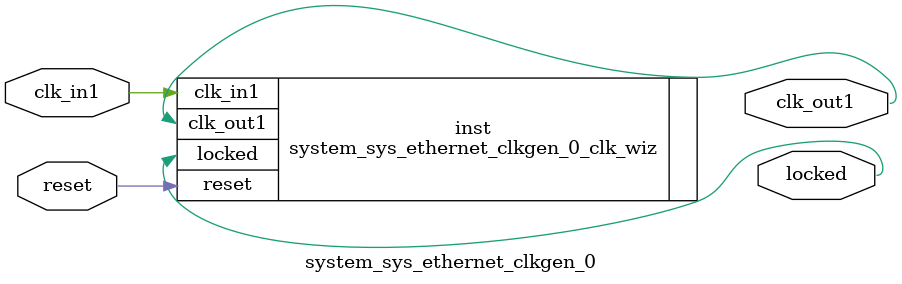
<source format=v>


`timescale 1ps/1ps

(* CORE_GENERATION_INFO = "system_sys_ethernet_clkgen_0,clk_wiz_v5_3_3_0,{component_name=system_sys_ethernet_clkgen_0,use_phase_alignment=true,use_min_o_jitter=false,use_max_i_jitter=false,use_dyn_phase_shift=false,use_inclk_switchover=false,use_dyn_reconfig=false,enable_axi=0,feedback_source=FDBK_AUTO,PRIMITIVE=MMCM,num_out_clk=1,clkin1_period=5.0,clkin2_period=10.0,use_power_down=false,use_reset=true,use_locked=true,use_inclk_stopped=false,feedback_type=SINGLE,CLOCK_MGR_TYPE=NA,manual_override=false}" *)

module system_sys_ethernet_clkgen_0 
 (
  // Clock out ports
  output        clk_out1,
  // Status and control signals
  input         reset,
  output        locked,
 // Clock in ports
  input         clk_in1
 );

  system_sys_ethernet_clkgen_0_clk_wiz inst
  (
  // Clock out ports  
  .clk_out1(clk_out1),
  // Status and control signals               
  .reset(reset), 
  .locked(locked),
 // Clock in ports
  .clk_in1(clk_in1)
  );

endmodule

</source>
